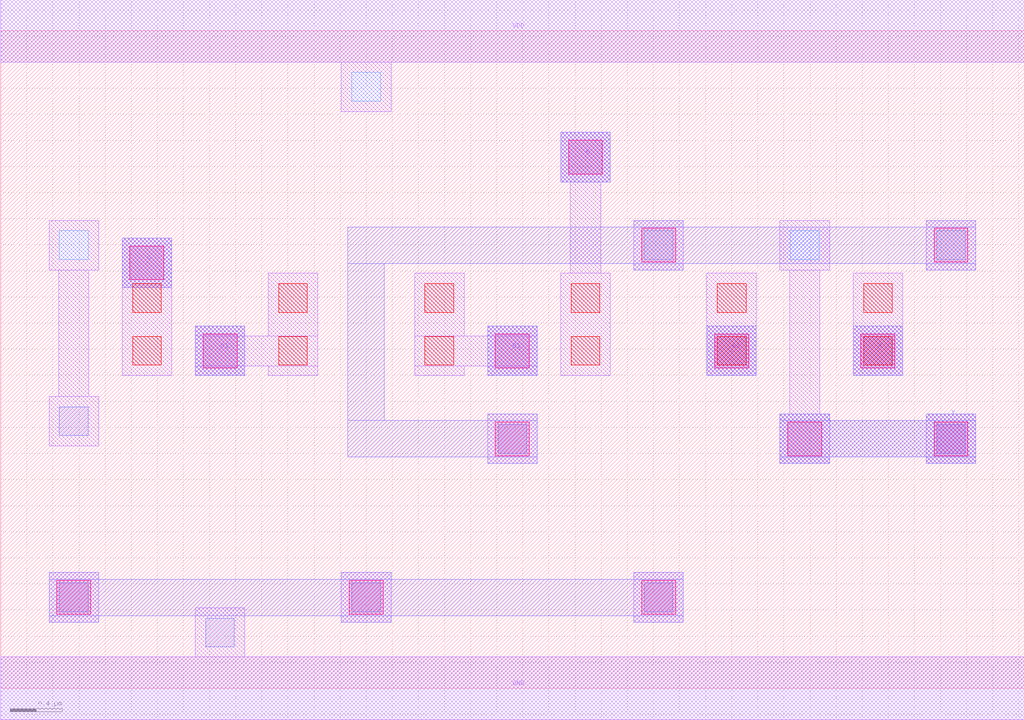
<source format=lef>
MACRO AOOAI222
 CLASS CORE ;
 FOREIGN AOOAI222 0 0 ;
 SIZE 7.84 BY 5.04 ;
 ORIGIN 0 0 ;
 SYMMETRY X Y R90 ;
 SITE unit ;
  PIN VDD
   DIRECTION INOUT ;
   USE POWER ;
   SHAPE ABUTMENT ;
    PORT
     CLASS CORE ;
       LAYER met1 ;
        RECT 0.00000000 4.80000000 7.84000000 5.28000000 ;
    END
  END VDD

  PIN GND
   DIRECTION INOUT ;
   USE POWER ;
   SHAPE ABUTMENT ;
    PORT
     CLASS CORE ;
       LAYER met1 ;
        RECT 0.00000000 -0.24000000 7.84000000 0.24000000 ;
    END
  END GND

  PIN Y
   DIRECTION INOUT ;
   USE SIGNAL ;
   SHAPE ABUTMENT ;
    PORT
     CLASS CORE ;
       LAYER met2 ;
        RECT 5.97000000 1.72200000 6.35000000 1.77200000 ;
        RECT 7.09000000 1.72200000 7.47000000 1.77200000 ;
        RECT 5.97000000 1.77200000 7.47000000 2.05200000 ;
        RECT 5.97000000 2.05200000 6.35000000 2.10200000 ;
        RECT 7.09000000 2.05200000 7.47000000 2.10200000 ;
    END
  END Y

  PIN A
   DIRECTION INOUT ;
   USE SIGNAL ;
   SHAPE ABUTMENT ;
    PORT
     CLASS CORE ;
       LAYER met2 ;
        RECT 6.53000000 2.39700000 6.91000000 2.77700000 ;
    END
  END A

  PIN A1
   DIRECTION INOUT ;
   USE SIGNAL ;
   SHAPE ABUTMENT ;
    PORT
     CLASS CORE ;
       LAYER met2 ;
        RECT 5.41000000 2.39700000 5.79000000 2.77700000 ;
    END
  END A1

  PIN B1
   DIRECTION INOUT ;
   USE SIGNAL ;
   SHAPE ABUTMENT ;
    PORT
     CLASS CORE ;
       LAYER met2 ;
        RECT 3.73000000 2.39700000 4.11000000 2.77700000 ;
    END
  END B1

  PIN B
   DIRECTION INOUT ;
   USE SIGNAL ;
   SHAPE ABUTMENT ;
    PORT
     CLASS CORE ;
       LAYER met2 ;
        RECT 4.29000000 3.88200000 4.67000000 4.26200000 ;
    END
  END B

  PIN C1
   DIRECTION INOUT ;
   USE SIGNAL ;
   SHAPE ABUTMENT ;
    PORT
     CLASS CORE ;
       LAYER met2 ;
        RECT 1.49000000 2.39700000 1.87000000 2.77700000 ;
    END
  END C1

  PIN C
   DIRECTION INOUT ;
   USE SIGNAL ;
   SHAPE ABUTMENT ;
    PORT
     CLASS CORE ;
       LAYER met2 ;
        RECT 0.93000000 3.07200000 1.31000000 3.45200000 ;
    END
  END C

 OBS
    LAYER polycont ;
     RECT 1.01000000 2.47700000 1.23000000 2.69700000 ;
     RECT 2.13000000 2.47700000 2.35000000 2.69700000 ;
     RECT 3.25000000 2.47700000 3.47000000 2.69700000 ;
     RECT 4.37000000 2.47700000 4.59000000 2.69700000 ;
     RECT 5.49000000 2.47700000 5.71000000 2.69700000 ;
     RECT 6.61000000 2.47700000 6.83000000 2.69700000 ;
     RECT 1.01000000 2.88200000 1.23000000 3.10200000 ;
     RECT 2.13000000 2.88200000 2.35000000 3.10200000 ;
     RECT 3.25000000 2.88200000 3.47000000 3.10200000 ;
     RECT 4.37000000 2.88200000 4.59000000 3.10200000 ;
     RECT 5.49000000 2.88200000 5.71000000 3.10200000 ;
     RECT 6.61000000 2.88200000 6.83000000 3.10200000 ;

    LAYER pdiffc ;
     RECT 0.45000000 3.28700000 0.67000000 3.50700000 ;
     RECT 4.93000000 3.28700000 5.15000000 3.50700000 ;
     RECT 6.05000000 3.28700000 6.27000000 3.50700000 ;
     RECT 7.17000000 3.28700000 7.39000000 3.50700000 ;
     RECT 2.69000000 4.50200000 2.91000000 4.72200000 ;

    LAYER ndiffc ;
     RECT 1.57000000 0.31700000 1.79000000 0.53700000 ;
     RECT 0.45000000 0.58700000 0.67000000 0.80700000 ;
     RECT 2.69000000 0.58700000 2.91000000 0.80700000 ;
     RECT 4.93000000 0.58700000 5.15000000 0.80700000 ;
     RECT 3.81000000 1.80200000 4.03000000 2.02200000 ;
     RECT 7.17000000 1.80200000 7.39000000 2.02200000 ;
     RECT 0.45000000 1.93700000 0.67000000 2.15700000 ;

    LAYER met1 ;
     RECT 0.00000000 -0.24000000 7.84000000 0.24000000 ;
     RECT 1.49000000 0.24000000 1.87000000 0.61700000 ;
     RECT 0.37000000 0.50700000 0.75000000 0.88700000 ;
     RECT 2.61000000 0.50700000 2.99000000 0.88700000 ;
     RECT 4.85000000 0.50700000 5.23000000 0.88700000 ;
     RECT 3.73000000 1.72200000 4.11000000 2.10200000 ;
     RECT 7.09000000 1.72200000 7.47000000 2.10200000 ;
     RECT 1.49000000 2.39700000 1.87000000 2.47200000 ;
     RECT 2.05000000 2.39700000 2.43000000 2.47200000 ;
     RECT 1.49000000 2.47200000 2.43000000 2.70200000 ;
     RECT 1.49000000 2.70200000 1.87000000 2.77700000 ;
     RECT 2.05000000 2.70200000 2.43000000 3.18200000 ;
     RECT 3.17000000 2.39700000 3.55000000 2.47200000 ;
     RECT 3.73000000 2.39700000 4.11000000 2.47200000 ;
     RECT 3.17000000 2.47200000 4.11000000 2.70200000 ;
     RECT 3.73000000 2.70200000 4.11000000 2.77700000 ;
     RECT 3.17000000 2.70200000 3.55000000 3.18200000 ;
     RECT 5.41000000 2.39700000 5.79000000 3.18200000 ;
     RECT 6.53000000 2.39700000 6.91000000 3.18200000 ;
     RECT 0.93000000 2.39700000 1.31000000 3.45200000 ;
     RECT 0.37000000 1.85700000 0.75000000 2.23700000 ;
     RECT 0.44500000 2.23700000 0.67500000 3.20700000 ;
     RECT 0.37000000 3.20700000 0.75000000 3.58700000 ;
     RECT 4.85000000 3.20700000 5.23000000 3.58700000 ;
     RECT 5.97000000 1.72200000 6.35000000 2.10200000 ;
     RECT 6.04500000 2.10200000 6.27500000 3.20700000 ;
     RECT 5.97000000 3.20700000 6.35000000 3.58700000 ;
     RECT 7.09000000 3.20700000 7.47000000 3.58700000 ;
     RECT 4.29000000 2.39700000 4.67000000 3.18200000 ;
     RECT 4.36500000 3.18200000 4.59500000 3.88200000 ;
     RECT 4.29000000 3.88200000 4.67000000 4.26200000 ;
     RECT 2.61000000 4.42200000 2.99000000 4.80000000 ;
     RECT 0.00000000 4.80000000 7.84000000 5.28000000 ;

    LAYER via1 ;
     RECT 0.43000000 0.56700000 0.69000000 0.82700000 ;
     RECT 2.67000000 0.56700000 2.93000000 0.82700000 ;
     RECT 4.91000000 0.56700000 5.17000000 0.82700000 ;
     RECT 3.79000000 1.78200000 4.05000000 2.04200000 ;
     RECT 6.03000000 1.78200000 6.29000000 2.04200000 ;
     RECT 7.15000000 1.78200000 7.41000000 2.04200000 ;
     RECT 1.55000000 2.45700000 1.81000000 2.71700000 ;
     RECT 3.79000000 2.45700000 4.05000000 2.71700000 ;
     RECT 5.47000000 2.45700000 5.73000000 2.71700000 ;
     RECT 6.59000000 2.45700000 6.85000000 2.71700000 ;
     RECT 0.99000000 3.13200000 1.25000000 3.39200000 ;
     RECT 4.91000000 3.26700000 5.17000000 3.52700000 ;
     RECT 7.15000000 3.26700000 7.41000000 3.52700000 ;
     RECT 4.35000000 3.94200000 4.61000000 4.20200000 ;

    LAYER met2 ;
     RECT 0.37000000 0.50700000 0.75000000 0.55700000 ;
     RECT 2.61000000 0.50700000 2.99000000 0.55700000 ;
     RECT 4.85000000 0.50700000 5.23000000 0.55700000 ;
     RECT 0.37000000 0.55700000 5.23000000 0.83700000 ;
     RECT 0.37000000 0.83700000 0.75000000 0.88700000 ;
     RECT 2.61000000 0.83700000 2.99000000 0.88700000 ;
     RECT 4.85000000 0.83700000 5.23000000 0.88700000 ;
     RECT 5.97000000 1.72200000 6.35000000 1.77200000 ;
     RECT 7.09000000 1.72200000 7.47000000 1.77200000 ;
     RECT 5.97000000 1.77200000 7.47000000 2.05200000 ;
     RECT 5.97000000 2.05200000 6.35000000 2.10200000 ;
     RECT 7.09000000 2.05200000 7.47000000 2.10200000 ;
     RECT 1.49000000 2.39700000 1.87000000 2.77700000 ;
     RECT 3.73000000 2.39700000 4.11000000 2.77700000 ;
     RECT 5.41000000 2.39700000 5.79000000 2.77700000 ;
     RECT 6.53000000 2.39700000 6.91000000 2.77700000 ;
     RECT 0.93000000 3.07200000 1.31000000 3.45200000 ;
     RECT 3.73000000 1.72200000 4.11000000 1.77200000 ;
     RECT 2.66000000 1.77200000 4.11000000 2.05200000 ;
     RECT 3.73000000 2.05200000 4.11000000 2.10200000 ;
     RECT 2.66000000 2.05200000 2.94000000 3.25700000 ;
     RECT 4.85000000 3.20700000 5.23000000 3.25700000 ;
     RECT 7.09000000 3.20700000 7.47000000 3.25700000 ;
     RECT 2.66000000 3.25700000 7.47000000 3.53700000 ;
     RECT 4.85000000 3.53700000 5.23000000 3.58700000 ;
     RECT 7.09000000 3.53700000 7.47000000 3.58700000 ;
     RECT 4.29000000 3.88200000 4.67000000 4.26200000 ;

 END
END AOOAI222

</source>
